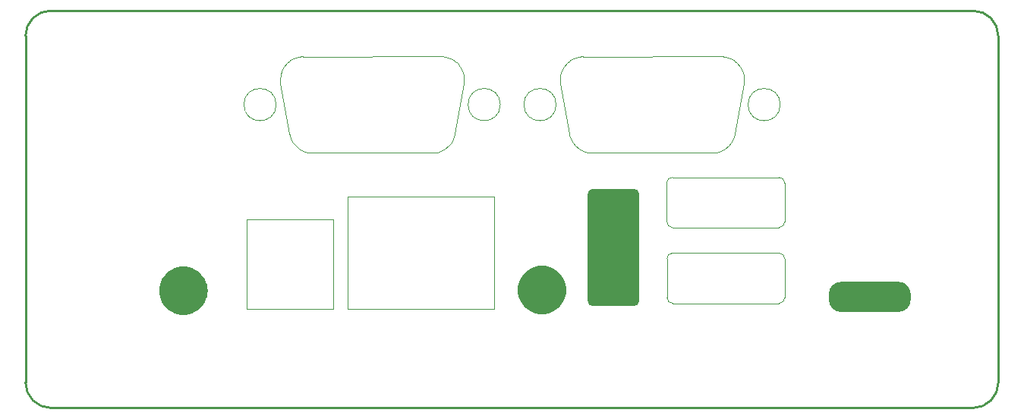
<source format=gbr>
%TF.GenerationSoftware,KiCad,Pcbnew,8.0.8*%
%TF.CreationDate,2025-02-26T19:39:56-05:00*%
%TF.ProjectId,MiniCamel_RearPlate,4d696e69-4361-46d6-956c-5f5265617250,rev?*%
%TF.SameCoordinates,Original*%
%TF.FileFunction,Profile,NP*%
%FSLAX46Y46*%
G04 Gerber Fmt 4.6, Leading zero omitted, Abs format (unit mm)*
G04 Created by KiCad (PCBNEW 8.0.8) date 2025-02-26 19:39:56*
%MOMM*%
%LPD*%
G01*
G04 APERTURE LIST*
%TA.AperFunction,Profile*%
%ADD10C,0.000000*%
%TD*%
%TA.AperFunction,Profile*%
%ADD11C,0.050000*%
%TD*%
%TA.AperFunction,Profile*%
%ADD12C,0.254000*%
%TD*%
%TA.AperFunction,Profile*%
%ADD13C,0.100000*%
%TD*%
G04 APERTURE END LIST*
D10*
%TA.AperFunction,Profile*%
G36*
X135531545Y-96688995D02*
G01*
X135852248Y-96747766D01*
X136163529Y-96844765D01*
X136460849Y-96978578D01*
X136739871Y-97147253D01*
X136996527Y-97348330D01*
X137227075Y-97578878D01*
X137428152Y-97835534D01*
X137596827Y-98114556D01*
X137730640Y-98411876D01*
X137827639Y-98723157D01*
X137886410Y-99043860D01*
X137906096Y-99369309D01*
X137886410Y-99694758D01*
X137827639Y-100015461D01*
X137730640Y-100326742D01*
X137596827Y-100624062D01*
X137428152Y-100903084D01*
X137227075Y-101159740D01*
X136996527Y-101390288D01*
X136739871Y-101591365D01*
X136460849Y-101760040D01*
X136163529Y-101893853D01*
X135852248Y-101990852D01*
X135531545Y-102049623D01*
X135206096Y-102069309D01*
X134880647Y-102049623D01*
X134559944Y-101990852D01*
X134248663Y-101893853D01*
X133951343Y-101760040D01*
X133672321Y-101591365D01*
X133415665Y-101390288D01*
X133185117Y-101159740D01*
X132984040Y-100903084D01*
X132815365Y-100624062D01*
X132681552Y-100326742D01*
X132584553Y-100015461D01*
X132525782Y-99694758D01*
X132506096Y-99369309D01*
X132525782Y-99043860D01*
X132584553Y-98723157D01*
X132681552Y-98411876D01*
X132815365Y-98114556D01*
X132984040Y-97835534D01*
X133185117Y-97578878D01*
X133415665Y-97348330D01*
X133672321Y-97147253D01*
X133951343Y-96978578D01*
X134248663Y-96844765D01*
X134559944Y-96747766D01*
X134880647Y-96688995D01*
X135206096Y-96669309D01*
X135531545Y-96688995D01*
G37*
%TD.AperFunction*%
%TA.AperFunction,Profile*%
G36*
X95545449Y-96759686D02*
G01*
X95866152Y-96818457D01*
X96177433Y-96915456D01*
X96474753Y-97049269D01*
X96753775Y-97217944D01*
X97010431Y-97419021D01*
X97240979Y-97649569D01*
X97442056Y-97906225D01*
X97610731Y-98185247D01*
X97744544Y-98482567D01*
X97841543Y-98793848D01*
X97900314Y-99114551D01*
X97920000Y-99440000D01*
X97900314Y-99765449D01*
X97841543Y-100086152D01*
X97744544Y-100397433D01*
X97610731Y-100694753D01*
X97442056Y-100973775D01*
X97240979Y-101230431D01*
X97010431Y-101460979D01*
X96753775Y-101662056D01*
X96474753Y-101830731D01*
X96177433Y-101964544D01*
X95866152Y-102061543D01*
X95545449Y-102120314D01*
X95220000Y-102140000D01*
X94894551Y-102120314D01*
X94573848Y-102061543D01*
X94262567Y-101964544D01*
X93965247Y-101830731D01*
X93686225Y-101662056D01*
X93429569Y-101460979D01*
X93199021Y-101230431D01*
X92997944Y-100973775D01*
X92829269Y-100694753D01*
X92695456Y-100397433D01*
X92598457Y-100086152D01*
X92539686Y-99765449D01*
X92520000Y-99440000D01*
X92539686Y-99114551D01*
X92598457Y-98793848D01*
X92695456Y-98482567D01*
X92829269Y-98185247D01*
X92997944Y-97906225D01*
X93199021Y-97649569D01*
X93429569Y-97419021D01*
X93686225Y-97217944D01*
X93965247Y-97049269D01*
X94262567Y-96915456D01*
X94573848Y-96818457D01*
X94894551Y-96759686D01*
X95220000Y-96740000D01*
X95545449Y-96759686D01*
G37*
%TD.AperFunction*%
%TA.AperFunction,Profile*%
%TO.C,REF\u002A\u002A*%
G36*
X145480000Y-88070492D02*
G01*
X145480000Y-88070492D01*
G75*
G02*
X146039017Y-88629509I0J-559008D01*
G01*
X146039017Y-100610491D01*
G75*
G02*
X145480000Y-101169509I-559017J-9D01*
G01*
X140880000Y-101169509D01*
G75*
G02*
X140320983Y-100610492I0J559009D01*
G01*
X140320983Y-88629509D01*
G75*
G02*
X140880000Y-88070492I559017J9D01*
G01*
X145480000Y-88070492D01*
G37*
%TD.AperFunction*%
D11*
X102245282Y-91477500D02*
X102245282Y-101477500D01*
X111945282Y-91477500D02*
X102245282Y-91477500D01*
X111945282Y-91477500D02*
X111945282Y-101477500D01*
X111945282Y-101477500D02*
X102245282Y-101477500D01*
X113540000Y-88977500D02*
X129840000Y-88977500D01*
X113540000Y-101477500D02*
X113540000Y-88977500D01*
X129840000Y-101477500D02*
X113540000Y-101477500D01*
X129840000Y-101477500D02*
X129840000Y-88977500D01*
D12*
X77610000Y-71019172D02*
X77610000Y-106997724D01*
X77610000Y-109683095D02*
X77610000Y-106997724D01*
X183300828Y-68210000D02*
X80419172Y-68210000D01*
X183300828Y-112510000D02*
X80436905Y-112510000D01*
X186110000Y-106997771D02*
X186110000Y-71019172D01*
X186110000Y-109700828D02*
X186110000Y-106997771D01*
X77610000Y-71019172D02*
G75*
G02*
X80419172Y-68210000I2809181J-9D01*
G01*
X80436905Y-112510000D02*
G75*
G02*
X77610000Y-109683095I-4J2826901D01*
G01*
X183300828Y-68210000D02*
G75*
G02*
X186110000Y-71019172I-28J-2809200D01*
G01*
X186110000Y-109700828D02*
G75*
G02*
X183300828Y-112510000I-2809200J28D01*
G01*
D13*
X106003480Y-75850930D02*
X106003990Y-75851940D01*
X106003480Y-75852960D02*
X106046660Y-76290090D01*
X106003990Y-75851940D02*
X106003480Y-75852960D01*
X106046660Y-76290090D02*
X106046920Y-76290600D01*
X106046660Y-76290850D02*
X107054030Y-81949720D01*
X106046920Y-76290600D02*
X106046660Y-76290850D01*
X106052000Y-75358930D02*
X106003480Y-75850930D01*
X106052500Y-75356640D02*
X106052500Y-75357910D01*
X106052500Y-75357910D02*
X106052000Y-75358930D01*
X106196010Y-74883690D02*
X106052500Y-75356640D01*
X106196780Y-74881660D02*
X106196780Y-74882680D01*
X106196780Y-74882680D02*
X106196010Y-74883690D01*
X106429950Y-74445540D02*
X106196780Y-74881660D01*
X106430710Y-74444780D02*
X106429950Y-74445540D01*
X106430960Y-74443770D02*
X106430710Y-74444780D01*
X106744650Y-74061500D02*
X106430960Y-74443770D01*
X106745670Y-74060990D02*
X106744650Y-74061500D01*
X106746180Y-74059970D02*
X106745670Y-74060990D01*
X107054030Y-81949720D02*
X107073080Y-82074940D01*
X107073080Y-82074940D02*
X107073580Y-82075700D01*
X107073580Y-82075700D02*
X107073580Y-82076470D01*
X107073580Y-82076470D02*
X107196010Y-82480330D01*
X107128450Y-73746540D02*
X106746180Y-74059970D01*
X107129460Y-73746030D02*
X107128450Y-73746540D01*
X107130230Y-73745270D02*
X107129460Y-73746030D01*
X107196010Y-82480330D02*
X107196770Y-82481090D01*
X107196770Y-82481090D02*
X107196770Y-82482100D01*
X107196770Y-82482100D02*
X107429950Y-82918220D01*
X107429950Y-82918220D02*
X107430710Y-82918980D01*
X107430710Y-82918980D02*
X107430960Y-82920000D01*
X107430960Y-82920000D02*
X107744650Y-83302270D01*
X107566090Y-73512090D02*
X107130230Y-73745270D01*
X107567360Y-73512090D02*
X107566090Y-73512090D01*
X107568120Y-73511330D02*
X107567360Y-73512090D01*
X107744650Y-83302270D02*
X107745670Y-83302780D01*
X107745670Y-83302780D02*
X107746180Y-83303790D01*
X107746180Y-83303790D02*
X108128450Y-83617480D01*
X108041320Y-73367820D02*
X107568120Y-73511330D01*
X108042340Y-73368080D02*
X108041320Y-73367820D01*
X108043360Y-73367570D02*
X108042340Y-73368080D01*
X108128450Y-83617480D02*
X108129460Y-83617740D01*
X108129460Y-83617740D02*
X108130220Y-83618500D01*
X108130220Y-83618500D02*
X108566340Y-83851670D01*
X108523420Y-73320070D02*
X108043360Y-73367570D01*
X108523670Y-73320320D02*
X108523420Y-73320070D01*
X108523920Y-73320070D02*
X108523670Y-73320320D01*
X108527480Y-73321340D02*
X108523920Y-73320070D01*
X108531290Y-73322610D02*
X108527480Y-73321340D01*
X108531540Y-73322860D02*
X108531290Y-73322610D01*
X108531800Y-73322860D02*
X108531540Y-73322860D01*
X108540690Y-73330990D02*
X108531800Y-73322860D01*
X108566340Y-83851670D02*
X108567360Y-83851670D01*
X108567360Y-83851670D02*
X108568120Y-83852430D01*
X108568120Y-83852430D02*
X109041320Y-83995940D01*
X109041320Y-83995940D02*
X109042340Y-83995940D01*
X109042340Y-83995940D02*
X109043350Y-83996450D01*
X109043350Y-83996450D02*
X109535350Y-84044710D01*
X109535350Y-84044710D02*
X109535860Y-84044710D01*
X109535860Y-84044710D02*
X109536620Y-84044970D01*
X109536620Y-84044970D02*
X122992270Y-84032770D01*
X122992270Y-84032770D02*
X123001420Y-84040900D01*
X123001420Y-84040900D02*
X123001670Y-84040900D01*
X123001670Y-84040900D02*
X123001670Y-84041160D01*
X123001670Y-84041160D02*
X123005480Y-84042430D01*
X123005480Y-84042430D02*
X123009040Y-84043700D01*
X123009040Y-84043700D02*
X123009290Y-84043440D01*
X123009290Y-84043440D02*
X123009540Y-84043700D01*
X123009540Y-84043700D02*
X123489600Y-83996450D01*
X123489600Y-83996450D02*
X123490620Y-83995940D01*
X123490620Y-83995940D02*
X123491640Y-83995940D01*
X123491640Y-83995940D02*
X123964840Y-83852430D01*
X123964840Y-83852430D02*
X123965600Y-83851670D01*
X123965600Y-83851670D02*
X123966870Y-83851670D01*
X123966870Y-83851670D02*
X124402730Y-83618500D01*
X123996590Y-73319050D02*
X108540690Y-73330990D01*
X123997100Y-73319050D02*
X123996590Y-73319050D01*
X123997600Y-73319050D02*
X123997100Y-73319050D01*
X124402730Y-83618500D02*
X124403500Y-83617740D01*
X124403500Y-83617740D02*
X124404510Y-83617480D01*
X124404510Y-83617480D02*
X124786780Y-83303790D01*
X124489600Y-73367570D02*
X123997600Y-73319050D01*
X124490620Y-73368080D02*
X124489600Y-73367570D01*
X124491630Y-73367820D02*
X124490620Y-73368080D01*
X124786780Y-83303790D02*
X124787290Y-83302780D01*
X124787290Y-83302780D02*
X124788310Y-83302270D01*
X124788310Y-83302270D02*
X125102000Y-82920000D01*
X124964840Y-73511330D02*
X124491630Y-73367820D01*
X124965600Y-73512090D02*
X124964840Y-73511330D01*
X124966870Y-73512090D02*
X124965600Y-73512090D01*
X125102000Y-82920000D02*
X125102250Y-82918980D01*
X125102250Y-82918980D02*
X125103010Y-82918220D01*
X125103010Y-82918220D02*
X125336180Y-82482100D01*
X125336180Y-82481090D02*
X125336950Y-82480330D01*
X125336180Y-82482100D02*
X125336180Y-82481090D01*
X125336950Y-82480330D02*
X125480460Y-82007120D01*
X125402730Y-73745270D02*
X124966870Y-73512090D01*
X125403490Y-73746030D02*
X125402730Y-73745270D01*
X125404510Y-73746540D02*
X125403490Y-73746030D01*
X125480460Y-82005850D02*
X125480960Y-82005090D01*
X125480460Y-82007120D02*
X125480460Y-82005850D01*
X125480960Y-82005090D02*
X125486300Y-81950480D01*
X125486300Y-81950480D02*
X126478170Y-76293900D01*
X125786780Y-74059970D02*
X125404510Y-73746540D01*
X125787290Y-74060990D02*
X125786780Y-74059970D01*
X125788300Y-74061500D02*
X125787290Y-74060990D01*
X126101990Y-74443770D02*
X125788300Y-74061500D01*
X126102250Y-74444780D02*
X126101990Y-74443770D01*
X126103010Y-74445540D02*
X126102250Y-74444780D01*
X126336180Y-74881660D02*
X126103010Y-74445540D01*
X126336440Y-74882680D02*
X126336180Y-74881660D01*
X126336940Y-74883690D02*
X126336440Y-74882680D01*
X126478170Y-76293900D02*
X126482740Y-76290350D01*
X126480450Y-75356640D02*
X126336940Y-74883690D01*
X126480450Y-75357910D02*
X126480450Y-75356640D01*
X126480960Y-75358930D02*
X126480450Y-75357910D01*
X126482740Y-76290350D02*
X126482990Y-76290090D01*
X126482990Y-76290090D02*
X126483250Y-76290090D01*
X126483250Y-76290090D02*
X126485030Y-76286540D01*
X126485030Y-76286540D02*
X126487060Y-76283230D01*
X126487060Y-76282730D02*
X126529480Y-75852960D01*
X126487060Y-76282980D02*
X126487060Y-76282730D01*
X126487060Y-76283230D02*
X126487060Y-76282980D01*
X126529220Y-75851940D02*
X126529480Y-75850930D01*
X126529480Y-75850930D02*
X126480960Y-75358930D01*
X126529480Y-75852960D02*
X126529220Y-75851940D01*
D11*
X105566500Y-78682010D02*
G75*
G02*
X101966500Y-78682010I-1800000J0D01*
G01*
X101966500Y-78682010D02*
G75*
G02*
X105566500Y-78682010I1800000J0D01*
G01*
X130566450Y-78682010D02*
G75*
G02*
X126966450Y-78682010I-1800000J0D01*
G01*
X126966450Y-78682010D02*
G75*
G02*
X130566450Y-78682010I1800000J0D01*
G01*
X149137577Y-87399386D02*
X149137577Y-91740625D01*
X149147582Y-95859386D02*
X149147582Y-100200625D01*
X161648191Y-86790000D02*
X149746952Y-86790000D01*
X161648202Y-92390000D02*
X149786963Y-92390000D01*
X161658196Y-95250000D02*
X149756957Y-95250000D01*
X161658207Y-100850000D02*
X149796968Y-100850000D01*
X162297577Y-91740614D02*
X162297577Y-87439375D01*
X162307582Y-100200614D02*
X162307582Y-95899375D01*
X149137577Y-87399386D02*
G75*
G02*
X149746952Y-86790000I609381J5D01*
G01*
X149147582Y-95859386D02*
G75*
G02*
X149756957Y-95250000I609381J5D01*
G01*
X149786963Y-92390000D02*
G75*
G02*
X149137577Y-91740625I-6J649380D01*
G01*
X149796968Y-100850000D02*
G75*
G02*
X149147582Y-100200625I-6J649380D01*
G01*
X161648191Y-86790000D02*
G75*
G02*
X162297577Y-87439375I-14J-649400D01*
G01*
X161658196Y-95250000D02*
G75*
G02*
X162307577Y-95899375I-19J-649400D01*
G01*
X162297577Y-91740614D02*
G75*
G02*
X161648202Y-92390000I-649380J-6D01*
G01*
X162307582Y-100200614D02*
G75*
G02*
X161658207Y-100850005I-649405J14D01*
G01*
D13*
X137231480Y-75850930D02*
X137231990Y-75851940D01*
X137231480Y-75852960D02*
X137274660Y-76290090D01*
X137231990Y-75851940D02*
X137231480Y-75852960D01*
X137274660Y-76290090D02*
X137274920Y-76290600D01*
X137274660Y-76290850D02*
X138282030Y-81949720D01*
X137274920Y-76290600D02*
X137274660Y-76290850D01*
X137280000Y-75358930D02*
X137231480Y-75850930D01*
X137280500Y-75356640D02*
X137280500Y-75357910D01*
X137280500Y-75357910D02*
X137280000Y-75358930D01*
X137424010Y-74883690D02*
X137280500Y-75356640D01*
X137424780Y-74881660D02*
X137424780Y-74882680D01*
X137424780Y-74882680D02*
X137424010Y-74883690D01*
X137657950Y-74445540D02*
X137424780Y-74881660D01*
X137658710Y-74444780D02*
X137657950Y-74445540D01*
X137658960Y-74443770D02*
X137658710Y-74444780D01*
X137972650Y-74061500D02*
X137658960Y-74443770D01*
X137973670Y-74060990D02*
X137972650Y-74061500D01*
X137974180Y-74059970D02*
X137973670Y-74060990D01*
X138282030Y-81949720D02*
X138301080Y-82074940D01*
X138301080Y-82074940D02*
X138301580Y-82075700D01*
X138301580Y-82075700D02*
X138301580Y-82076470D01*
X138301580Y-82076470D02*
X138424010Y-82480330D01*
X138356450Y-73746540D02*
X137974180Y-74059970D01*
X138357460Y-73746030D02*
X138356450Y-73746540D01*
X138358230Y-73745270D02*
X138357460Y-73746030D01*
X138424010Y-82480330D02*
X138424770Y-82481090D01*
X138424770Y-82481090D02*
X138424770Y-82482100D01*
X138424770Y-82482100D02*
X138657950Y-82918220D01*
X138657950Y-82918220D02*
X138658710Y-82918980D01*
X138658710Y-82918980D02*
X138658960Y-82920000D01*
X138658960Y-82920000D02*
X138972650Y-83302270D01*
X138794090Y-73512090D02*
X138358230Y-73745270D01*
X138795360Y-73512090D02*
X138794090Y-73512090D01*
X138796120Y-73511330D02*
X138795360Y-73512090D01*
X138972650Y-83302270D02*
X138973670Y-83302780D01*
X138973670Y-83302780D02*
X138974180Y-83303790D01*
X138974180Y-83303790D02*
X139356450Y-83617480D01*
X139269320Y-73367820D02*
X138796120Y-73511330D01*
X139270340Y-73368080D02*
X139269320Y-73367820D01*
X139271360Y-73367570D02*
X139270340Y-73368080D01*
X139356450Y-83617480D02*
X139357460Y-83617740D01*
X139357460Y-83617740D02*
X139358220Y-83618500D01*
X139358220Y-83618500D02*
X139794340Y-83851670D01*
X139751420Y-73320070D02*
X139271360Y-73367570D01*
X139751670Y-73320320D02*
X139751420Y-73320070D01*
X139751920Y-73320070D02*
X139751670Y-73320320D01*
X139755480Y-73321340D02*
X139751920Y-73320070D01*
X139759290Y-73322610D02*
X139755480Y-73321340D01*
X139759540Y-73322860D02*
X139759290Y-73322610D01*
X139759800Y-73322860D02*
X139759540Y-73322860D01*
X139768690Y-73330990D02*
X139759800Y-73322860D01*
X139794340Y-83851670D02*
X139795360Y-83851670D01*
X139795360Y-83851670D02*
X139796120Y-83852430D01*
X139796120Y-83852430D02*
X140269320Y-83995940D01*
X140269320Y-83995940D02*
X140270340Y-83995940D01*
X140270340Y-83995940D02*
X140271350Y-83996450D01*
X140271350Y-83996450D02*
X140763350Y-84044710D01*
X140763350Y-84044710D02*
X140763860Y-84044710D01*
X140763860Y-84044710D02*
X140764620Y-84044970D01*
X140764620Y-84044970D02*
X154220270Y-84032770D01*
X154220270Y-84032770D02*
X154229420Y-84040900D01*
X154229420Y-84040900D02*
X154229670Y-84040900D01*
X154229670Y-84040900D02*
X154229670Y-84041160D01*
X154229670Y-84041160D02*
X154233480Y-84042430D01*
X154233480Y-84042430D02*
X154237040Y-84043700D01*
X154237040Y-84043700D02*
X154237290Y-84043440D01*
X154237290Y-84043440D02*
X154237540Y-84043700D01*
X154237540Y-84043700D02*
X154717600Y-83996450D01*
X154717600Y-83996450D02*
X154718620Y-83995940D01*
X154718620Y-83995940D02*
X154719640Y-83995940D01*
X154719640Y-83995940D02*
X155192840Y-83852430D01*
X155192840Y-83852430D02*
X155193600Y-83851670D01*
X155193600Y-83851670D02*
X155194870Y-83851670D01*
X155194870Y-83851670D02*
X155630730Y-83618500D01*
X155224590Y-73319050D02*
X139768690Y-73330990D01*
X155225100Y-73319050D02*
X155224590Y-73319050D01*
X155225600Y-73319050D02*
X155225100Y-73319050D01*
X155630730Y-83618500D02*
X155631500Y-83617740D01*
X155631500Y-83617740D02*
X155632510Y-83617480D01*
X155632510Y-83617480D02*
X156014780Y-83303790D01*
X155717600Y-73367570D02*
X155225600Y-73319050D01*
X155718620Y-73368080D02*
X155717600Y-73367570D01*
X155719630Y-73367820D02*
X155718620Y-73368080D01*
X156014780Y-83303790D02*
X156015290Y-83302780D01*
X156015290Y-83302780D02*
X156016310Y-83302270D01*
X156016310Y-83302270D02*
X156330000Y-82920000D01*
X156192840Y-73511330D02*
X155719630Y-73367820D01*
X156193600Y-73512090D02*
X156192840Y-73511330D01*
X156194870Y-73512090D02*
X156193600Y-73512090D01*
X156330000Y-82920000D02*
X156330250Y-82918980D01*
X156330250Y-82918980D02*
X156331010Y-82918220D01*
X156331010Y-82918220D02*
X156564180Y-82482100D01*
X156564180Y-82481090D02*
X156564950Y-82480330D01*
X156564180Y-82482100D02*
X156564180Y-82481090D01*
X156564950Y-82480330D02*
X156708460Y-82007120D01*
X156630730Y-73745270D02*
X156194870Y-73512090D01*
X156631490Y-73746030D02*
X156630730Y-73745270D01*
X156632510Y-73746540D02*
X156631490Y-73746030D01*
X156708460Y-82005850D02*
X156708960Y-82005090D01*
X156708460Y-82007120D02*
X156708460Y-82005850D01*
X156708960Y-82005090D02*
X156714300Y-81950480D01*
X156714300Y-81950480D02*
X157706170Y-76293900D01*
X157014780Y-74059970D02*
X156632510Y-73746540D01*
X157015290Y-74060990D02*
X157014780Y-74059970D01*
X157016300Y-74061500D02*
X157015290Y-74060990D01*
X157329990Y-74443770D02*
X157016300Y-74061500D01*
X157330250Y-74444780D02*
X157329990Y-74443770D01*
X157331010Y-74445540D02*
X157330250Y-74444780D01*
X157564180Y-74881660D02*
X157331010Y-74445540D01*
X157564440Y-74882680D02*
X157564180Y-74881660D01*
X157564940Y-74883690D02*
X157564440Y-74882680D01*
X157706170Y-76293900D02*
X157710740Y-76290350D01*
X157708450Y-75356640D02*
X157564940Y-74883690D01*
X157708450Y-75357910D02*
X157708450Y-75356640D01*
X157708960Y-75358930D02*
X157708450Y-75357910D01*
X157710740Y-76290350D02*
X157710990Y-76290090D01*
X157710990Y-76290090D02*
X157711250Y-76290090D01*
X157711250Y-76290090D02*
X157713030Y-76286540D01*
X157713030Y-76286540D02*
X157715060Y-76283230D01*
X157715060Y-76282730D02*
X157757480Y-75852960D01*
X157715060Y-76282980D02*
X157715060Y-76282730D01*
X157715060Y-76283230D02*
X157715060Y-76282980D01*
X157757220Y-75851940D02*
X157757480Y-75850930D01*
X157757480Y-75850930D02*
X157708960Y-75358930D01*
X157757480Y-75852960D02*
X157757220Y-75851940D01*
D11*
X136794500Y-78682010D02*
G75*
G02*
X133194500Y-78682010I-1800000J0D01*
G01*
X133194500Y-78682010D02*
G75*
G02*
X136794500Y-78682010I1800000J0D01*
G01*
X161794450Y-78682010D02*
G75*
G02*
X158194450Y-78682010I-1800000J0D01*
G01*
X158194450Y-78682010D02*
G75*
G02*
X161794450Y-78682010I1800000J0D01*
G01*
D10*
%TA.AperFunction,Profile*%
G36*
X174999446Y-98447379D02*
G01*
X174999446Y-98447379D01*
G75*
G02*
X176329446Y-99777379I-46J-1330021D01*
G01*
X176329446Y-100480069D01*
G75*
G02*
X174999446Y-101810069I-1330046J-31D01*
G01*
X168549446Y-101810069D01*
G75*
G02*
X167219446Y-100480069I-46J1329969D01*
G01*
X167219446Y-99780069D01*
G75*
G02*
X168549446Y-98450069I1329954J-31D01*
G01*
X174999446Y-98447379D01*
G37*
%TD.AperFunction*%
%TD*%
M02*

</source>
